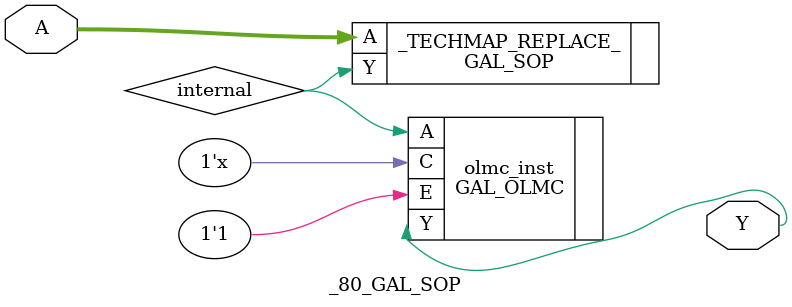
<source format=v>
(* techmap_celltype = "GAL_SOP" *)
module _80_GAL_SOP (A, Y);
	parameter WIDTH = 0;
	parameter DEPTH = 0;
	parameter TABLE = 0;

	input [WIDTH-1:0] A;
	output Y;

	generate
		wire internal;

		GAL_OLMC #(
			.REGISTERED(1'b0),
			.INVERTED(1'b0)
		) olmc_inst (
			.C(1'bX),
			.E(1'b1),
			.A(internal),
			.Y(Y)
		);

		GAL_SOP #(
			.WIDTH(WIDTH),
			.DEPTH(DEPTH),
			.TABLE(TABLE)
		) _TECHMAP_REPLACE_ (
			.A(A),
			.Y(internal)
		);
	endgenerate
endmodule

</source>
